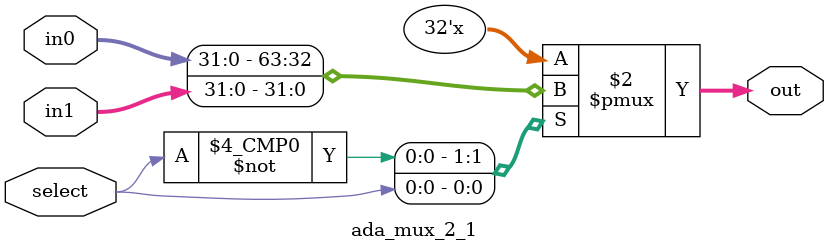
<source format=v>
/*
 *******************************************************************************
 *  File Name   :   ada_mux_2_1.v
 *  Project     :   ADA processor
 *  Version     :   0.1
 *  Date        :   Sept 1st, 2014
 *  Author      :   Angel Terrones <angelterrones@gmail.com>
 *
 *  Disclaimer  :   Copyright (C) 2014 Angel Terrones
 *                  Release under the MIT License.
 *
 *  Description :   A 2-input Mux.
 *******************************************************************************
 */

module ada_mux_2_1(
    input               select,
    input       [31:0]  in0,
    input       [31:0]  in1,
    output  reg [31:0]  out
    );

    always @(*) begin
        case (select)
            1'b0 : out <= in0;
            1'b1 : out <= in1;
        endcase
    end
endmodule

</source>
